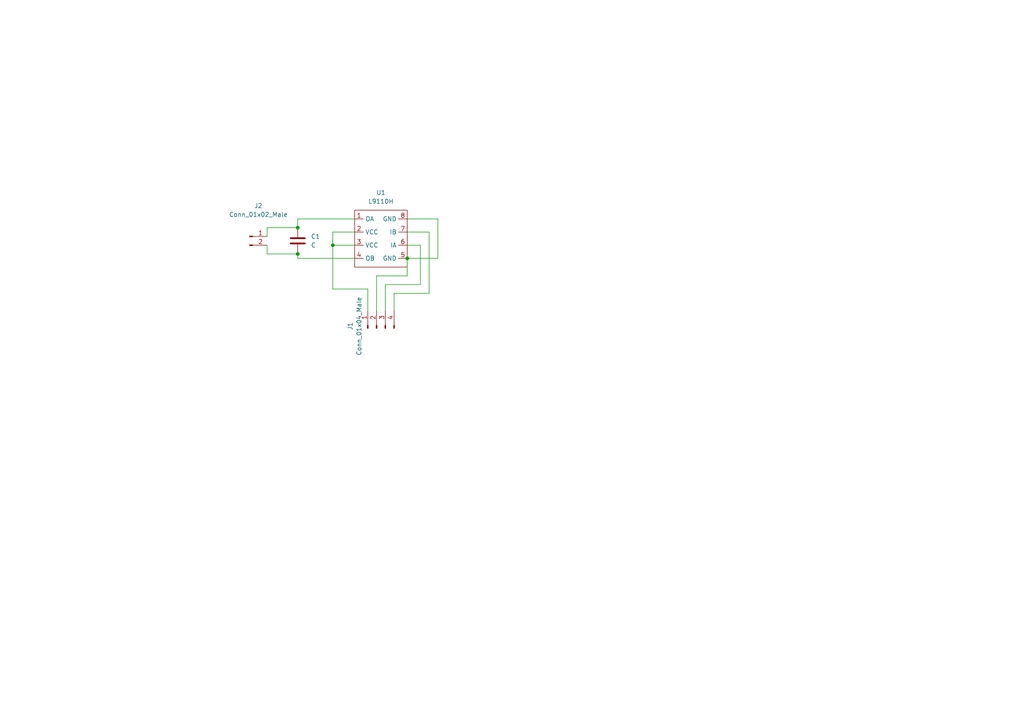
<source format=kicad_sch>
(kicad_sch (version 20211123) (generator eeschema)
  (paper "A4")
  (lib_symbols
    (symbol "Connector:Conn_01x02_Male" (pin_names (offset 1.016) hide)
      (property "Reference" "J" (at 0 2.54 0))
      (property "Value" "Conn_01x02_Male" (at 0 -5.08 0))
      (symbol "Conn_01x02_Male_1_1"
        (polyline (pts (xy 1.27 -2.54) (xy 0.8636 -2.54)) (stroke (width 0.1524)))
        (polyline (pts (xy 1.27 0) (xy 0.8636 0)) (stroke (width 0.1524)))
        (rectangle (start 0.8636 -2.413) (end 0 -2.667) (stroke (width 0.1524)) (fill (type outline)))
        (rectangle (start 0.8636 0.127) (end 0 -0.127) (stroke (width 0.1524)) (fill (type outline)))
        (pin passive line (at 5.08 0 180) (length 3.81) (name "Pin_1") (number "1"))
        (pin passive line (at 5.08 -2.54 180) (length 3.81) (name "Pin_2") (number "2"))
      )
    )
    (symbol "Connector:Conn_01x04_Male" (pin_names (offset 1.016) hide)
      (property "Reference" "J" (at 0 5.08 0))
      (property "Value" "Conn_01x04_Male" (at 0 -7.62 0))
      (symbol "Conn_01x04_Male_1_1"
        (polyline (pts (xy 1.27 -5.08) (xy 0.8636 -5.08)) (stroke (width 0.1524)))
        (polyline (pts (xy 1.27 -2.54) (xy 0.8636 -2.54)) (stroke (width 0.1524)))
        (polyline (pts (xy 1.27 0) (xy 0.8636 0)) (stroke (width 0.1524)))
        (polyline (pts (xy 1.27 2.54) (xy 0.8636 2.54)) (stroke (width 0.1524)))
        (rectangle (start 0.8636 -4.953) (end 0 -5.207) (stroke (width 0.1524)) (fill (type outline)))
        (rectangle (start 0.8636 -2.413) (end 0 -2.667) (stroke (width 0.1524)) (fill (type outline)))
        (rectangle (start 0.8636 0.127) (end 0 -0.127) (stroke (width 0.1524)) (fill (type outline)))
        (rectangle (start 0.8636 2.667) (end 0 2.413) (stroke (width 0.1524)) (fill (type outline)))
        (pin passive line (at 5.08 2.54 180) (length 3.81) (name "Pin_1") (number "1"))
        (pin passive line (at 5.08 0 180) (length 3.81) (name "Pin_2") (number "2"))
        (pin passive line (at 5.08 -2.54 180) (length 3.81) (name "Pin_3") (number "3"))
        (pin passive line (at 5.08 -5.08 180) (length 3.81) (name "Pin_4") (number "4"))
      )
    )
    (symbol "Device:C" (pin_numbers hide) (pin_names (offset 0.254))
      (property "Reference" "C" (at 0.635 2.54 0))
      (property "Value" "C" (at 0.635 -2.54 0))
      (symbol "C_0_1"
        (polyline (pts (xy -2.032 -0.762) (xy 2.032 -0.762)) (stroke (width 0.508)))
        (polyline (pts (xy -2.032 0.762) (xy 2.032 0.762)) (stroke (width 0.508)))
      )
      (symbol "C_1_1"
        (pin passive line (at 0 3.81 270) (length 2.794) (name "~") (number "1"))
        (pin passive line (at 0 -3.81 90) (length 2.794) (name "~") (number "2"))
      )
    )
    (symbol "Driver_Motor:L9110H"
      (property "Reference" "U" (at 0 0 0))
      (property "Value" "L9110H" (at 0 -2.54 0))
      (symbol "L9110H_0_1"
        (rectangle (start -7.62 -5.08) (end 7.62 -21.59) (stroke (width 0.1524)))
      )
      (symbol "L9110H_1_1"
        (pin output line (at -7.62 -7.62 0) (length 2.54) (name "OA") (number "1"))
        (pin power_in line (at -7.62 -11.43 0) (length 2.54) (name "VCC") (number "2"))
        (pin power_in line (at -7.62 -15.24 0) (length 2.54) (name "VCC") (number "3"))
        (pin output line (at -7.62 -19.05 0) (length 2.54) (name "OB") (number "4"))
        (pin power_in line (at 7.62 -19.05 180) (length 2.54) (name "GND") (number "5"))
        (pin input line (at 7.62 -15.24 180) (length 2.54) (name "IA") (number "6"))
        (pin input line (at 7.62 -11.43 180) (length 2.54) (name "IB") (number "7"))
        (pin power_in line (at 7.62 -7.62 180) (length 2.54) (name "GND") (number "8"))
      )
    )
  )
  (junction (at 86.36 73.66))
  (junction (at 86.36 66.04))
  (junction (at 96.52 71.12))
  (junction (at 118.11 74.93))
  (wire (pts (xy 96.52 67.31) (xy 102.87 67.31)))
  (wire (pts (xy 77.47 73.66) (xy 77.47 71.12)))
  (wire (pts (xy 121.92 71.12) (xy 121.92 82.55)))
  (wire (pts (xy 109.22 80.01) (xy 109.22 90.17)))
  (wire (pts (xy 124.46 67.31) (xy 124.46 85.09)))
  (wire (pts (xy 118.11 74.93) (xy 118.11 80.01)))
  (wire (pts (xy 124.46 85.09) (xy 114.3 85.09)))
  (wire (pts (xy 118.11 67.31) (xy 124.46 67.31)))
  (wire (pts (xy 118.11 74.93) (xy 127 74.93)))
  (wire (pts (xy 118.11 71.12) (xy 121.92 71.12)))
  (wire (pts (xy 96.52 83.82) (xy 106.68 83.82)))
  (wire (pts (xy 86.36 63.5) (xy 102.87 63.5)))
  (wire (pts (xy 96.52 71.12) (xy 102.87 71.12)))
  (wire (pts (xy 96.52 67.31) (xy 96.52 71.12)))
  (wire (pts (xy 127 63.5) (xy 127 74.93)))
  (wire (pts (xy 111.76 82.55) (xy 111.76 90.17)))
  (wire (pts (xy 96.52 71.12) (xy 96.52 83.82)))
  (wire (pts (xy 86.36 74.93) (xy 102.87 74.93)))
  (wire (pts (xy 118.11 63.5) (xy 127 63.5)))
  (wire (pts (xy 86.36 73.66) (xy 86.36 74.93)))
  (wire (pts (xy 86.36 63.5) (xy 86.36 66.04)))
  (wire (pts (xy 121.92 82.55) (xy 111.76 82.55)))
  (wire (pts (xy 77.47 66.04) (xy 77.47 68.58)))
  (wire (pts (xy 86.36 66.04) (xy 77.47 66.04)))
  (wire (pts (xy 114.3 85.09) (xy 114.3 90.17)))
  (wire (pts (xy 106.68 83.82) (xy 106.68 90.17)))
  (wire (pts (xy 86.36 73.66) (xy 77.47 73.66)))
  (wire (pts (xy 118.11 80.01) (xy 109.22 80.01)))
  (symbol (lib_id "Connector:Conn_01x02_Male") (at 72.39 68.58 0) (unit 1)
    (property "Reference" "J2" (at 74.93 59.69 0))
    (property "Value" "Conn_01x02_Male" (at 74.93 62.23 0))
    (property "Footprint" "Connector_PinHeader_2.54mm:PinHeader_1x02_P2.54mm_Vertical" (effects hide))
  )
  (symbol (lib_id "Driver_Motor:L9110H") (at 110.49 55.88 0) (unit 1)
    (property "Reference" "U1" (at 110.49 55.88 0))
    (property "Value" "L9110H" (at 110.49 58.42 0))
    (property "Footprint" "Package_DIP:DIP-8_W7.62mm" (effects hide))
  )
  (symbol (lib_id "Connector:Conn_01x04_Male") (at 109.22 95.25 90) (unit 1)
    (property "Reference" "J1" (at 101.6 94.615 0))
    (property "Value" "Conn_01x04_Male" (at 104.14 94.615 0))
    (property "Footprint" "Connector_PinHeader_2.54mm:PinHeader_1x04_P2.54mm_Vertical" (effects hide))
  )
  (symbol (lib_id "Device:C") (at 86.36 69.85 0) (unit 1)
    (property "Reference" "C1" (at 90.17 68.5799 0) (effects (justify left)))
    (property "Value" "C" (at 90.17 71.1199 0) (effects (justify left)))
    (property "Footprint" "Capacitor_THT:C_Disc_D4.3mm_W1.9mm_P5.00mm" (effects hide))
  )
)
</source>
